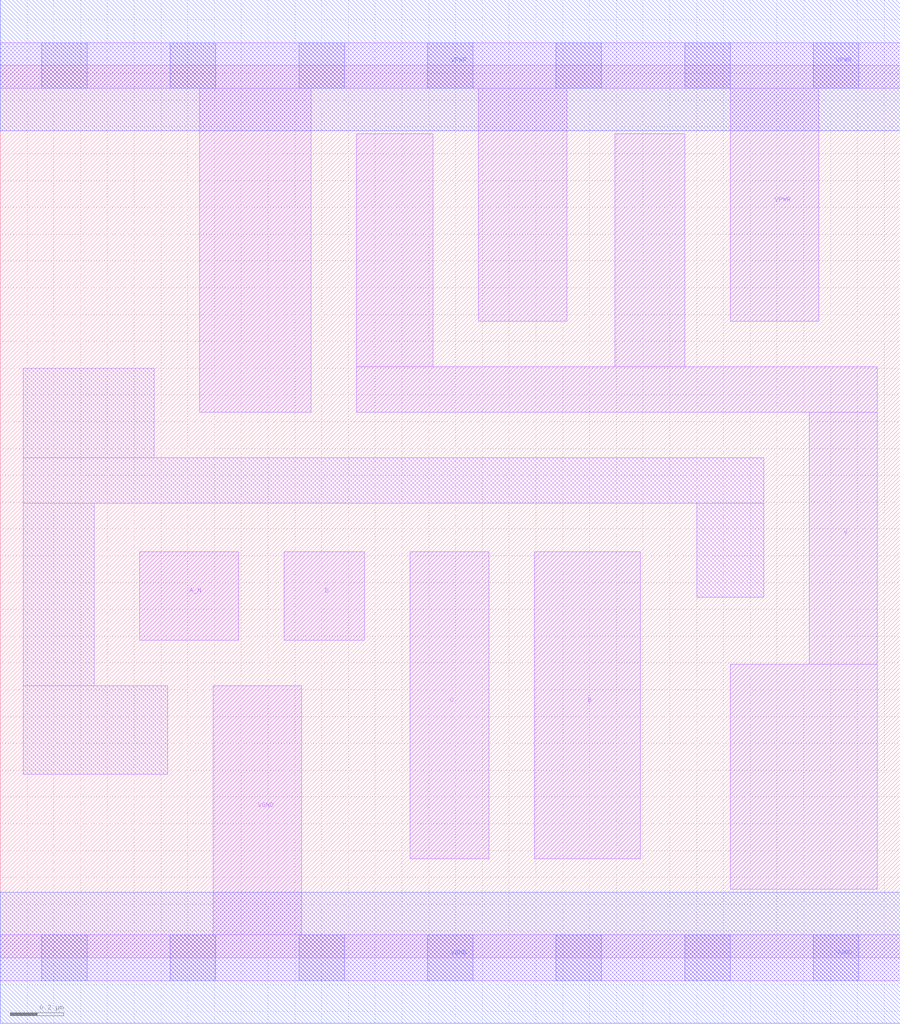
<source format=lef>
# Copyright 2020 The SkyWater PDK Authors
#
# Licensed under the Apache License, Version 2.0 (the "License");
# you may not use this file except in compliance with the License.
# You may obtain a copy of the License at
#
#     https://www.apache.org/licenses/LICENSE-2.0
#
# Unless required by applicable law or agreed to in writing, software
# distributed under the License is distributed on an "AS IS" BASIS,
# WITHOUT WARRANTIES OR CONDITIONS OF ANY KIND, either express or implied.
# See the License for the specific language governing permissions and
# limitations under the License.
#
# SPDX-License-Identifier: Apache-2.0

VERSION 5.7 ;
  NAMESCASESENSITIVE ON ;
  NOWIREEXTENSIONATPIN ON ;
  DIVIDERCHAR "/" ;
  BUSBITCHARS "[]" ;
UNITS
  DATABASE MICRONS 200 ;
END UNITS
MACRO sky130_fd_sc_lp__nand4b_1
  CLASS CORE ;
  SOURCE USER ;
  FOREIGN sky130_fd_sc_lp__nand4b_1 ;
  ORIGIN  0.000000  0.000000 ;
  SIZE  3.360000 BY  3.330000 ;
  SYMMETRY X Y R90 ;
  SITE unit ;
  PIN A_N
    ANTENNAGATEAREA  0.126000 ;
    DIRECTION INPUT ;
    USE SIGNAL ;
    PORT
      LAYER li1 ;
        RECT 0.520000 1.185000 0.890000 1.515000 ;
    END
  END A_N
  PIN B
    ANTENNAGATEAREA  0.315000 ;
    DIRECTION INPUT ;
    USE SIGNAL ;
    PORT
      LAYER li1 ;
        RECT 1.995000 0.370000 2.390000 1.515000 ;
    END
  END B
  PIN C
    ANTENNAGATEAREA  0.315000 ;
    DIRECTION INPUT ;
    USE SIGNAL ;
    PORT
      LAYER li1 ;
        RECT 1.530000 0.370000 1.825000 1.515000 ;
    END
  END C
  PIN D
    ANTENNAGATEAREA  0.315000 ;
    DIRECTION INPUT ;
    USE SIGNAL ;
    PORT
      LAYER li1 ;
        RECT 1.060000 1.185000 1.360000 1.515000 ;
    END
  END D
  PIN Y
    ANTENNADIFFAREA  0.928200 ;
    DIRECTION OUTPUT ;
    USE SIGNAL ;
    PORT
      LAYER li1 ;
        RECT 1.330000 2.035000 3.275000 2.205000 ;
        RECT 1.330000 2.205000 1.615000 3.075000 ;
        RECT 2.295000 2.205000 2.555000 3.075000 ;
        RECT 2.725000 0.255000 3.275000 1.095000 ;
        RECT 3.020000 1.095000 3.275000 2.035000 ;
    END
  END Y
  PIN VGND
    DIRECTION INOUT ;
    USE GROUND ;
    PORT
      LAYER li1 ;
        RECT 0.000000 -0.085000 3.360000 0.085000 ;
        RECT 0.795000  0.085000 1.125000 1.015000 ;
      LAYER mcon ;
        RECT 0.155000 -0.085000 0.325000 0.085000 ;
        RECT 0.635000 -0.085000 0.805000 0.085000 ;
        RECT 1.115000 -0.085000 1.285000 0.085000 ;
        RECT 1.595000 -0.085000 1.765000 0.085000 ;
        RECT 2.075000 -0.085000 2.245000 0.085000 ;
        RECT 2.555000 -0.085000 2.725000 0.085000 ;
        RECT 3.035000 -0.085000 3.205000 0.085000 ;
      LAYER met1 ;
        RECT 0.000000 -0.245000 3.360000 0.245000 ;
    END
  END VGND
  PIN VPWR
    DIRECTION INOUT ;
    USE POWER ;
    PORT
      LAYER li1 ;
        RECT 0.000000 3.245000 3.360000 3.415000 ;
        RECT 0.745000 2.035000 1.160000 3.245000 ;
        RECT 1.785000 2.375000 2.115000 3.245000 ;
        RECT 2.725000 2.375000 3.055000 3.245000 ;
      LAYER mcon ;
        RECT 0.155000 3.245000 0.325000 3.415000 ;
        RECT 0.635000 3.245000 0.805000 3.415000 ;
        RECT 1.115000 3.245000 1.285000 3.415000 ;
        RECT 1.595000 3.245000 1.765000 3.415000 ;
        RECT 2.075000 3.245000 2.245000 3.415000 ;
        RECT 2.555000 3.245000 2.725000 3.415000 ;
        RECT 3.035000 3.245000 3.205000 3.415000 ;
      LAYER met1 ;
        RECT 0.000000 3.085000 3.360000 3.575000 ;
    END
  END VPWR
  OBS
    LAYER li1 ;
      RECT 0.085000 0.685000 0.625000 1.015000 ;
      RECT 0.085000 1.015000 0.350000 1.695000 ;
      RECT 0.085000 1.695000 2.850000 1.865000 ;
      RECT 0.085000 1.865000 0.575000 2.200000 ;
      RECT 2.600000 1.345000 2.850000 1.695000 ;
  END
END sky130_fd_sc_lp__nand4b_1

</source>
